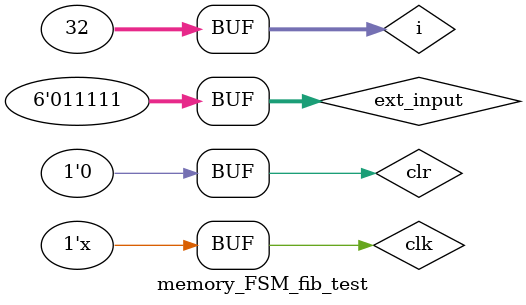
<source format=v>
`timescale 1ns / 1ps


module memory_FSM_fib_test;

	// Inputs
	reg clk;
	reg clr;
	reg [5:0] ext_input;

	// Outputs
	wire [14:0] addr0;
	wire [14:0] addr1;
	wire w0;
	wire w1;
	wire [15:0] data0;
	wire [15:0] data1;

	// Instantiate the Unit Under Test (UUT)
	memory_FSM_fib uut (
		.clk(clk), 
		.clr(clr), 
		.ext_input(ext_input), 
		.addr0(addr0), 
		.addr1(addr1), 
		.w0(w0), 
		.w1(w1), 
		.data0(data0), 
		.data1(data1)
	);
	integer i;
	initial begin
		// Initialize Inputs
		clk = 0;
		clr = 0;
		ext_input = 0;

		// Wait 100 ns for global reset to finish
		#100;
		#5 clr = 1;
		#1 clr = 0;
		for (i =0; i < 2**5; i = i + 1) begin
			ext_input = i;
			#2;
		end
        
		// Add stimulus here

	end
      
	always
		#1 clk = ~clk;
endmodule


</source>
